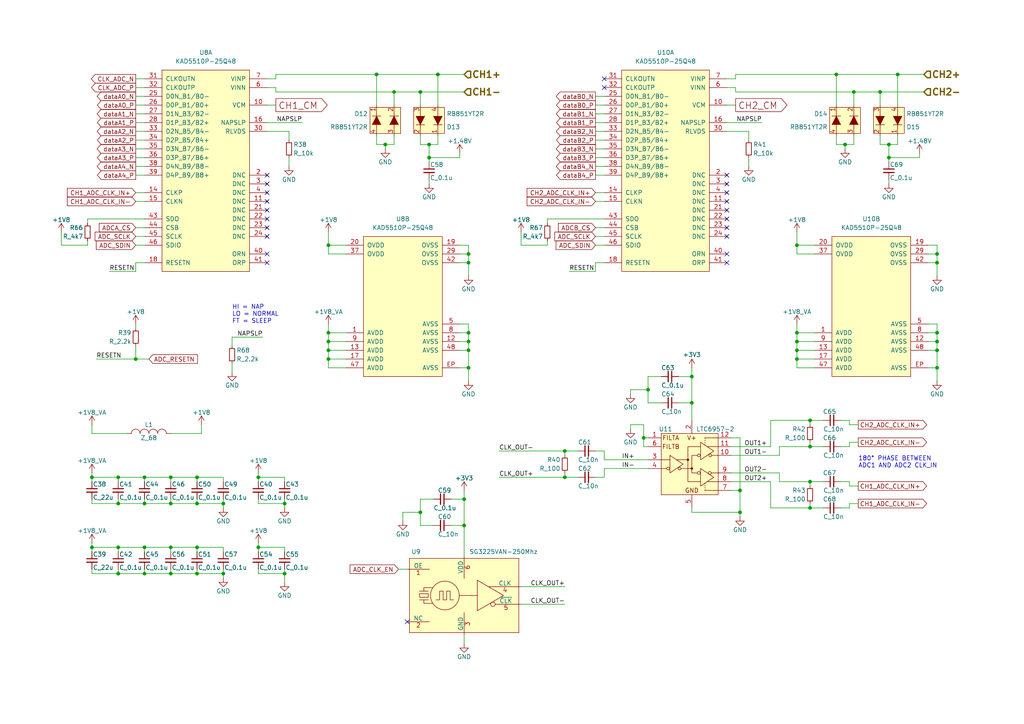
<source format=kicad_sch>
(kicad_sch (version 20231120) (generator "eeschema") (generator_version "8.0")
  (paper "A4")
  (title_block (title "Scopefun Oscilloscope") (rev "v2") (comment 1 "Copyright Dejan Priversek 2017") (comment 2 "Licensed under CERN OHL v.1.2"))
  (junction (at 135.89 96.52))
  (junction (at 114.3 26.67))
  (junction (at 200.66 116.84))
  (junction (at 95.25 71.12))
  (junction (at 234.95 147.32))
  (junction (at 163.83 138.43))
  (junction (at 231.14 71.12))
  (junction (at 255.27 26.67))
  (junction (at 74.93 158.75))
  (junction (at 95.25 99.06))
  (junction (at 231.14 101.6))
  (junction (at 41.91 158.75))
  (junction (at 187.96 113.03))
  (junction (at 260.35 21.59))
  (junction (at 234.95 121.92))
  (junction (at 271.78 99.06))
  (junction (at 231.14 104.14))
  (junction (at 257.81 41.91))
  (junction (at 247.65 26.67))
  (junction (at 82.55 166.37))
  (junction (at 34.29 166.37))
  (junction (at 95.25 96.52))
  (junction (at 271.78 76.2))
  (junction (at 135.89 101.6))
  (junction (at 245.11 41.91))
  (junction (at 41.91 146.05))
  (junction (at 41.91 166.37))
  (junction (at 41.91 138.43))
  (junction (at 64.77 146.05))
  (junction (at 127 21.59))
  (junction (at 186.69 127))
  (junction (at 271.78 101.6))
  (junction (at 135.89 106.68))
  (junction (at 271.78 106.68))
  (junction (at 200.66 109.22))
  (junction (at 49.53 158.75))
  (junction (at 231.14 99.06))
  (junction (at 26.67 138.43))
  (junction (at 49.53 166.37))
  (junction (at 135.89 76.2))
  (junction (at 39.37 104.14))
  (junction (at 257.81 45.72))
  (junction (at 271.78 73.66))
  (junction (at 163.83 130.81))
  (junction (at 214.63 148.59))
  (junction (at 57.15 166.37))
  (junction (at 64.77 166.37))
  (junction (at 82.55 146.05))
  (junction (at 34.29 146.05))
  (junction (at 135.89 99.06))
  (junction (at 134.62 144.78))
  (junction (at 121.92 148.59))
  (junction (at 234.95 139.7))
  (junction (at 95.25 104.14))
  (junction (at 49.53 138.43))
  (junction (at 135.89 73.66))
  (junction (at 121.92 26.67))
  (junction (at 242.57 21.59))
  (junction (at 49.53 146.05))
  (junction (at 234.95 129.54))
  (junction (at 134.62 152.4))
  (junction (at 214.63 142.24))
  (junction (at 124.46 41.91))
  (junction (at 109.22 21.59))
  (junction (at 34.29 138.43))
  (junction (at 57.15 138.43))
  (junction (at 57.15 158.75))
  (junction (at 34.29 158.75))
  (junction (at 271.78 96.52))
  (junction (at 124.46 45.72))
  (junction (at 26.67 158.75))
  (junction (at 95.25 101.6))
  (junction (at 74.93 138.43))
  (junction (at 57.15 146.05))
  (junction (at 231.14 96.52))
  (junction (at 111.76 41.91))
  (no_connect (at 175.26 25.4))
  (no_connect (at 210.82 68.58))
  (no_connect (at 77.47 53.34))
  (no_connect (at 77.47 55.88))
  (no_connect (at 77.47 58.42))
  (no_connect (at 77.47 68.58))
  (no_connect (at 118.11 180.34))
  (no_connect (at 77.47 73.66))
  (no_connect (at 77.47 50.8))
  (no_connect (at 210.82 60.96))
  (no_connect (at 210.82 76.2))
  (no_connect (at 210.82 53.34))
  (no_connect (at 175.26 22.86))
  (no_connect (at 210.82 63.5))
  (no_connect (at 210.82 55.88))
  (no_connect (at 77.47 60.96))
  (no_connect (at 210.82 73.66))
  (no_connect (at 77.47 66.04))
  (no_connect (at 77.47 76.2))
  (no_connect (at 77.47 63.5))
  (no_connect (at 210.82 66.04))
  (no_connect (at 210.82 50.8))
  (no_connect (at 210.82 58.42))
  (wire (pts (xy 163.83 130.81) (xy 167.64 130.81)))
  (wire (pts (xy 121.92 41.91) (xy 124.46 41.91)))
  (wire (pts (xy 64.77 144.78) (xy 64.77 146.05)))
  (wire (pts (xy 39.37 71.12) (xy 41.91 71.12)))
  (wire (pts (xy 200.66 147.32) (xy 200.66 148.59)))
  (wire (pts (xy 64.77 165.1) (xy 64.77 166.37)))
  (wire (pts (xy 74.93 166.37) (xy 74.93 165.1)))
  (wire (pts (xy 212.09 127) (xy 214.63 127)))
  (wire (pts (xy 269.24 101.6) (xy 271.78 101.6)))
  (wire (pts (xy 242.57 41.91) (xy 245.11 41.91)))
  (wire (pts (xy 186.69 127) (xy 186.69 129.54)))
  (wire (pts (xy 151.13 71.12) (xy 151.13 67.31)))
  (wire (pts (xy 109.22 41.91) (xy 109.22 39.37)))
  (wire (pts (xy 234.95 147.32) (xy 238.76 147.32)))
  (wire (pts (xy 213.36 22.86) (xy 213.36 21.59)))
  (wire (pts (xy 121.92 144.78) (xy 125.73 144.78)))
  (wire (pts (xy 124.46 41.91) (xy 127 41.91)))
  (wire (pts (xy 271.78 101.6) (xy 271.78 106.68)))
  (wire (pts (xy 83.82 40.64) (xy 83.82 38.1)))
  (wire (pts (xy 95.25 71.12) (xy 95.25 73.66)))
  (wire (pts (xy 144.78 130.81) (xy 163.83 130.81)))
  (wire (pts (xy 231.14 99.06) (xy 236.22 99.06)))
  (wire (pts (xy 74.93 146.05) (xy 74.93 144.78)))
  (wire (pts (xy 151.13 175.26) (xy 163.83 175.26)))
  (wire (pts (xy 269.24 106.68) (xy 271.78 106.68)))
  (wire (pts (xy 135.89 71.12) (xy 135.89 73.66)))
  (wire (pts (xy 17.78 71.12) (xy 17.78 67.31)))
  (wire (pts (xy 172.72 48.26) (xy 175.26 48.26)))
  (wire (pts (xy 257.81 45.72) (xy 257.81 46.99)))
  (wire (pts (xy 100.33 71.12) (xy 95.25 71.12)))
  (wire (pts (xy 95.25 106.68) (xy 100.33 106.68)))
  (wire (pts (xy 134.62 186.69) (xy 134.62 184.15)))
  (wire (pts (xy 135.89 76.2) (xy 133.35 76.2)))
  (wire (pts (xy 82.55 165.1) (xy 82.55 166.37)))
  (wire (pts (xy 26.67 137.16) (xy 26.67 138.43)))
  (wire (pts (xy 95.25 93.98) (xy 95.25 96.52)))
  (wire (pts (xy 234.95 128.27) (xy 234.95 129.54)))
  (wire (pts (xy 186.69 129.54) (xy 187.96 129.54)))
  (wire (pts (xy 95.25 96.52) (xy 100.33 96.52)))
  (wire (pts (xy 67.31 97.79) (xy 67.31 100.33)))
  (wire (pts (xy 231.14 101.6) (xy 231.14 104.14)))
  (wire (pts (xy 64.77 166.37) (xy 64.77 167.64)))
  (wire (pts (xy 41.91 138.43) (xy 41.91 139.7)))
  (wire (pts (xy 39.37 35.56) (xy 41.91 35.56)))
  (wire (pts (xy 213.36 26.67) (xy 213.36 25.4)))
  (wire (pts (xy 26.67 146.05) (xy 26.67 144.78)))
  (wire (pts (xy 236.22 71.12) (xy 231.14 71.12)))
  (wire (pts (xy 234.95 146.05) (xy 234.95 147.32)))
  (wire (pts (xy 82.55 144.78) (xy 82.55 146.05)))
  (wire (pts (xy 182.88 123.19) (xy 182.88 124.46)))
  (wire (pts (xy 39.37 104.14) (xy 43.18 104.14)))
  (wire (pts (xy 82.55 166.37) (xy 82.55 168.91)))
  (wire (pts (xy 135.89 76.2) (xy 135.89 80.01)))
  (wire (pts (xy 39.37 55.88) (xy 41.91 55.88)))
  (wire (pts (xy 210.82 35.56) (xy 220.98 35.56)))
  (wire (pts (xy 172.72 50.8) (xy 175.26 50.8)))
  (wire (pts (xy 74.93 138.43) (xy 74.93 139.7)))
  (wire (pts (xy 134.62 152.4) (xy 134.62 161.29)))
  (wire (pts (xy 34.29 139.7) (xy 34.29 138.43)))
  (wire (pts (xy 172.72 45.72) (xy 175.26 45.72)))
  (wire (pts (xy 186.69 123.19) (xy 186.69 127)))
  (wire (pts (xy 271.78 76.2) (xy 269.24 76.2)))
  (wire (pts (xy 175.26 138.43) (xy 172.72 138.43)))
  (wire (pts (xy 246.38 147.32) (xy 246.38 146.05)))
  (wire (pts (xy 82.55 158.75) (xy 82.55 160.02)))
  (wire (pts (xy 39.37 58.42) (xy 41.91 58.42)))
  (wire (pts (xy 74.93 157.48) (xy 74.93 158.75)))
  (wire (pts (xy 58.42 125.73) (xy 49.53 125.73)))
  (wire (pts (xy 34.29 138.43) (xy 41.91 138.43)))
  (wire (pts (xy 57.15 138.43) (xy 64.77 138.43)))
  (wire (pts (xy 41.91 76.2) (xy 39.37 76.2)))
  (wire (pts (xy 26.67 146.05) (xy 34.29 146.05)))
  (wire (pts (xy 226.06 129.54) (xy 226.06 132.08)))
  (wire (pts (xy 200.66 109.22) (xy 200.66 116.84)))
  (wire (pts (xy 39.37 30.48) (xy 41.91 30.48)))
  (wire (pts (xy 114.3 30.48) (xy 114.3 26.67)))
  (wire (pts (xy 133.35 73.66) (xy 135.89 73.66)))
  (wire (pts (xy 26.67 157.48) (xy 26.67 158.75)))
  (wire (pts (xy 158.75 63.5) (xy 158.75 64.77)))
  (wire (pts (xy 257.81 52.07) (xy 257.81 53.34)))
  (wire (pts (xy 271.78 71.12) (xy 271.78 73.66)))
  (wire (pts (xy 49.53 166.37) (xy 49.53 165.1)))
  (wire (pts (xy 247.65 30.48) (xy 247.65 26.67)))
  (wire (pts (xy 266.7 45.72) (xy 266.7 44.45)))
  (wire (pts (xy 175.26 63.5) (xy 158.75 63.5)))
  (wire (pts (xy 49.53 138.43) (xy 49.53 139.7)))
  (wire (pts (xy 41.91 146.05) (xy 49.53 146.05)))
  (wire (pts (xy 127 41.91) (xy 127 39.37)))
  (wire (pts (xy 41.91 45.72) (xy 39.37 45.72)))
  (wire (pts (xy 49.53 158.75) (xy 57.15 158.75)))
  (wire (pts (xy 271.78 106.68) (xy 271.78 110.49)))
  (wire (pts (xy 39.37 95.25) (xy 39.37 93.98)))
  (wire (pts (xy 231.14 101.6) (xy 236.22 101.6)))
  (wire (pts (xy 260.35 30.48) (xy 260.35 21.59)))
  (wire (pts (xy 41.91 166.37) (xy 41.91 165.1)))
  (wire (pts (xy 214.63 148.59) (xy 214.63 149.86)))
  (wire (pts (xy 231.14 106.68) (xy 236.22 106.68)))
  (wire (pts (xy 271.78 71.12) (xy 269.24 71.12)))
  (wire (pts (xy 175.26 130.81) (xy 175.26 133.35)))
  (wire (pts (xy 255.27 41.91) (xy 257.81 41.91)))
  (wire (pts (xy 271.78 76.2) (xy 271.78 80.01)))
  (wire (pts (xy 26.67 158.75) (xy 26.67 160.02)))
  (wire (pts (xy 175.26 135.89) (xy 187.96 135.89)))
  (wire (pts (xy 231.14 93.98) (xy 231.14 96.52)))
  (wire (pts (xy 95.25 96.52) (xy 95.25 99.06)))
  (wire (pts (xy 121.92 30.48) (xy 121.92 26.67)))
  (wire (pts (xy 243.84 129.54) (xy 246.38 129.54)))
  (wire (pts (xy 246.38 128.27) (xy 248.92 128.27)))
  (wire (pts (xy 242.57 41.91) (xy 242.57 39.37)))
  (wire (pts (xy 231.14 71.12) (xy 231.14 73.66)))
  (wire (pts (xy 57.15 138.43) (xy 57.15 139.7)))
  (wire (pts (xy 242.57 30.48) (xy 242.57 21.59)))
  (wire (pts (xy 121.92 26.67) (xy 134.62 26.67)))
  (wire (pts (xy 135.89 96.52) (xy 135.89 99.06)))
  (wire (pts (xy 80.01 22.86) (xy 80.01 21.59)))
  (wire (pts (xy 135.89 101.6) (xy 135.89 106.68)))
  (wire (pts (xy 172.72 71.12) (xy 175.26 71.12)))
  (wire (pts (xy 182.88 123.19) (xy 186.69 123.19)))
  (wire (pts (xy 34.29 160.02) (xy 34.29 158.75)))
  (wire (pts (xy 182.88 114.3) (xy 182.88 113.03)))
  (wire (pts (xy 74.93 137.16) (xy 74.93 138.43)))
  (wire (pts (xy 109.22 41.91) (xy 111.76 41.91)))
  (wire (pts (xy 64.77 138.43) (xy 64.77 139.7)))
  (wire (pts (xy 95.25 104.14) (xy 95.25 106.68)))
  (wire (pts (xy 39.37 25.4) (xy 41.91 25.4)))
  (wire (pts (xy 271.78 73.66) (xy 271.78 76.2)))
  (wire (pts (xy 231.14 96.52) (xy 236.22 96.52)))
  (wire (pts (xy 67.31 105.41) (xy 67.31 107.95)))
  (wire (pts (xy 163.83 132.08) (xy 163.83 130.81)))
  (wire (pts (xy 260.35 21.59) (xy 267.97 21.59)))
  (wire (pts (xy 26.67 158.75) (xy 34.29 158.75)))
  (wire (pts (xy 234.95 139.7) (xy 238.76 139.7)))
  (wire (pts (xy 114.3 26.67) (xy 121.92 26.67)))
  (wire (pts (xy 77.47 35.56) (xy 87.63 35.56)))
  (wire (pts (xy 58.42 123.19) (xy 58.42 125.73)))
  (wire (pts (xy 242.57 21.59) (xy 260.35 21.59)))
  (wire (pts (xy 80.01 25.4) (xy 77.47 25.4)))
  (wire (pts (xy 247.65 26.67) (xy 255.27 26.67)))
  (wire (pts (xy 80.01 21.59) (xy 109.22 21.59)))
  (wire (pts (xy 135.89 71.12) (xy 133.35 71.12)))
  (wire (pts (xy 187.96 109.22) (xy 191.77 109.22)))
  (wire (pts (xy 130.81 144.78) (xy 134.62 144.78)))
  (wire (pts (xy 41.91 63.5) (xy 25.4 63.5)))
  (wire (pts (xy 95.25 99.06) (xy 95.25 101.6)))
  (wire (pts (xy 121.92 144.78) (xy 121.92 148.59)))
  (wire (pts (xy 135.89 93.98) (xy 135.89 96.52)))
  (wire (pts (xy 39.37 48.26) (xy 41.91 48.26)))
  (wire (pts (xy 172.72 68.58) (xy 175.26 68.58)))
  (wire (pts (xy 134.62 152.4) (xy 130.81 152.4)))
  (wire (pts (xy 243.84 121.92) (xy 246.38 121.92)))
  (wire (pts (xy 217.17 40.64) (xy 217.17 38.1)))
  (wire (pts (xy 26.67 138.43) (xy 34.29 138.43)))
  (wire (pts (xy 111.76 41.91) (xy 114.3 41.91)))
  (wire (pts (xy 246.38 121.92) (xy 246.38 123.19)))
  (wire (pts (xy 187.96 109.22) (xy 187.96 113.03)))
  (wire (pts (xy 127 30.48) (xy 127 21.59)))
  (wire (pts (xy 134.62 144.78) (xy 134.62 152.4)))
  (wire (pts (xy 231.14 73.66) (xy 236.22 73.66)))
  (wire (pts (xy 80.01 22.86) (xy 77.47 22.86)))
  (wire (pts (xy 172.72 76.2) (xy 172.72 78.74)))
  (wire (pts (xy 82.55 146.05) (xy 82.55 147.32)))
  (wire (pts (xy 269.24 93.98) (xy 271.78 93.98)))
  (wire (pts (xy 223.52 121.92) (xy 223.52 129.54)))
  (wire (pts (xy 175.26 135.89) (xy 175.26 138.43)))
  (wire (pts (xy 246.38 139.7) (xy 246.38 140.97)))
  (wire (pts (xy 172.72 78.74) (xy 165.1 78.74)))
  (wire (pts (xy 64.77 146.05) (xy 64.77 147.32)))
  (wire (pts (xy 247.65 41.91) (xy 247.65 39.37)))
  (wire (pts (xy 34.29 166.37) (xy 41.91 166.37)))
  (wire (pts (xy 172.72 43.18) (xy 175.26 43.18)))
  (wire (pts (xy 80.01 26.67) (xy 114.3 26.67)))
  (wire (pts (xy 200.66 116.84) (xy 196.85 116.84)))
  (wire (pts (xy 246.38 140.97) (xy 248.92 140.97)))
  (wire (pts (xy 257.81 41.91) (xy 257.81 45.72)))
  (wire (pts (xy 163.83 138.43) (xy 167.64 138.43)))
  (wire (pts (xy 271.78 96.52) (xy 271.78 99.06)))
  (wire (pts (xy 49.53 166.37) (xy 57.15 166.37)))
  (wire (pts (xy 57.15 146.05) (xy 57.15 144.78)))
  (wire (pts (xy 245.11 41.91) (xy 245.11 43.18)))
  (wire (pts (xy 26.67 138.43) (xy 26.67 139.7)))
  (wire (pts (xy 76.2 97.79) (xy 67.31 97.79)))
  (wire (pts (xy 175.26 133.35) (xy 187.96 133.35)))
  (wire (pts (xy 213.36 21.59) (xy 242.57 21.59)))
  (wire (pts (xy 83.82 48.26) (xy 83.82 45.72)))
  (wire (pts (xy 213.36 26.67) (xy 247.65 26.67)))
  (wire (pts (xy 245.11 41.91) (xy 247.65 41.91)))
  (wire (pts (xy 133.35 106.68) (xy 135.89 106.68)))
  (wire (pts (xy 95.25 104.14) (xy 100.33 104.14)))
  (wire (pts (xy 226.06 137.16) (xy 212.09 137.16)))
  (wire (pts (xy 124.46 41.91) (xy 124.46 45.72)))
  (wire (pts (xy 269.24 96.52) (xy 271.78 96.52)))
  (wire (pts (xy 133.35 45.72) (xy 133.35 44.45)))
  (wire (pts (xy 257.81 41.91) (xy 260.35 41.91)))
  (wire (pts (xy 121.92 41.91) (xy 121.92 39.37)))
  (wire (pts (xy 163.83 137.16) (xy 163.83 138.43)))
  (wire (pts (xy 271.78 93.98) (xy 271.78 96.52)))
  (wire (pts (xy 231.14 104.14) (xy 231.14 106.68)))
  (wire (pts (xy 74.93 166.37) (xy 82.55 166.37)))
  (wire (pts (xy 83.82 38.1) (xy 77.47 38.1)))
  (wire (pts (xy 95.25 67.31) (xy 95.25 71.12)))
  (wire (pts (xy 172.72 33.02) (xy 175.26 33.02)))
  (wire (pts (xy 172.72 38.1) (xy 175.26 38.1)))
  (wire (pts (xy 118.11 165.1) (xy 115.57 165.1)))
  (wire (pts (xy 135.89 99.06) (xy 135.89 101.6)))
  (wire (pts (xy 172.72 30.48) (xy 175.26 30.48)))
  (wire (pts (xy 39.37 66.04) (xy 41.91 66.04)))
  (wire (pts (xy 49.53 158.75) (xy 49.53 160.02)))
  (wire (pts (xy 34.29 158.75) (xy 41.91 158.75)))
  (wire (pts (xy 213.36 25.4) (xy 210.82 25.4)))
  (wire (pts (xy 41.91 158.75) (xy 41.91 160.02)))
  (wire (pts (xy 26.67 166.37) (xy 34.29 166.37)))
  (wire (pts (xy 133.35 96.52) (xy 135.89 96.52)))
  (wire (pts (xy 269.24 99.06) (xy 271.78 99.06)))
  (wire (pts (xy 57.15 158.75) (xy 57.15 160.02)))
  (wire (pts (xy 246.38 146.05) (xy 248.92 146.05)))
  (wire (pts (xy 213.36 30.48) (xy 210.82 30.48)))
  (wire (pts (xy 133.35 93.98) (xy 135.89 93.98)))
  (wire (pts (xy 214.63 142.24) (xy 214.63 148.59)))
  (wire (pts (xy 271.78 99.06) (xy 271.78 101.6)))
  (wire (pts (xy 260.35 41.91) (xy 260.35 39.37)))
  (wire (pts (xy 80.01 26.67) (xy 80.01 25.4)))
  (wire (pts (xy 234.95 123.19) (xy 234.95 121.92)))
  (wire (pts (xy 269.24 73.66) (xy 271.78 73.66)))
  (wire (pts (xy 231.14 104.14) (xy 236.22 104.14)))
  (wire (pts (xy 39.37 33.02) (xy 41.91 33.02)))
  (wire (pts (xy 175.26 76.2) (xy 172.72 76.2)))
  (wire (pts (xy 231.14 96.52) (xy 231.14 99.06)))
  (wire (pts (xy 34.29 144.78) (xy 34.29 146.05)))
  (wire (pts (xy 223.52 147.32) (xy 234.95 147.32)))
  (wire (pts (xy 172.72 35.56) (xy 175.26 35.56)))
  (wire (pts (xy 246.38 129.54) (xy 246.38 128.27)))
  (wire (pts (xy 172.72 58.42) (xy 175.26 58.42)))
  (wire (pts (xy 187.96 113.03) (xy 187.96 116.84)))
  (wire (pts (xy 57.15 166.37) (xy 64.77 166.37)))
  (wire (pts (xy 214.63 127) (xy 214.63 142.24)))
  (wire (pts (xy 133.35 101.6) (xy 135.89 101.6)))
  (wire (pts (xy 116.84 148.59) (xy 116.84 151.13)))
  (wire (pts (xy 26.67 123.19) (xy 26.67 125.73)))
  (wire (pts (xy 124.46 52.07) (xy 124.46 53.34)))
  (wire (pts (xy 243.84 139.7) (xy 246.38 139.7)))
  (wire (pts (xy 223.52 139.7) (xy 223.52 147.32)))
  (wire (pts (xy 226.06 137.16) (xy 226.06 139.7)))
  (wire (pts (xy 127 21.59) (xy 134.62 21.59)))
  (wire (pts (xy 231.14 99.06) (xy 231.14 101.6)))
  (wire (pts (xy 49.53 138.43) (xy 57.15 138.43)))
  (wire (pts (xy 57.15 158.75) (xy 64.77 158.75)))
  (wire (pts (xy 217.17 48.26) (xy 217.17 45.72)))
  (wire (pts (xy 114.3 41.91) (xy 114.3 39.37)))
  (wire (pts (xy 82.55 138.43) (xy 82.55 139.7)))
  (wire (pts (xy 39.37 68.58) (xy 41.91 68.58)))
  (wire (pts (xy 172.72 40.64) (xy 175.26 40.64)))
  (wire (pts (xy 257.81 45.72) (xy 266.7 45.72)))
  (wire (pts (xy 234.95 129.54) (xy 238.76 129.54)))
  (wire (pts (xy 41.91 146.05) (xy 41.91 144.78)))
  (wire (pts (xy 213.36 22.86) (xy 210.82 22.86)))
  (wire (pts (xy 255.27 30.48) (xy 255.27 26.67)))
  (wire (pts (xy 25.4 63.5) (xy 25.4 64.77)))
  (wire (pts (xy 246.38 123.19) (xy 248.92 123.19)))
  (wire (pts (xy 217.17 38.1) (xy 210.82 38.1)))
  (wire (pts (xy 212.09 142.24) (xy 214.63 142.24)))
  (wire (pts (xy 39.37 38.1) (xy 41.91 38.1)))
  (wire (pts (xy 27.94 104.14) (xy 39.37 104.14)))
  (wire (pts (xy 74.93 158.75) (xy 74.93 160.02)))
  (wire (pts (xy 41.91 50.8) (xy 39.37 50.8)))
  (wire (pts (xy 172.72 27.94) (xy 175.26 27.94)))
  (wire (pts (xy 39.37 40.64) (xy 41.91 40.64)))
  (wire (pts (xy 26.67 125.73) (xy 36.83 125.73)))
  (wire (pts (xy 109.22 30.48) (xy 109.22 21.59)))
  (wire (pts (xy 116.84 148.59) (xy 121.92 148.59)))
  (wire (pts (xy 25.4 71.12) (xy 17.78 71.12)))
  (wire (pts (xy 41.91 138.43) (xy 49.53 138.43)))
  (wire (pts (xy 49.53 146.05) (xy 57.15 146.05)))
  (wire (pts (xy 134.62 142.24) (xy 134.62 144.78)))
  (wire (pts (xy 57.15 146.05) (xy 64.77 146.05)))
  (wire (pts (xy 95.25 73.66) (xy 100.33 73.66)))
  (wire (pts (xy 25.4 69.85) (xy 25.4 71.12)))
  (wire (pts (xy 34.29 146.05) (xy 41.91 146.05)))
  (wire (pts (xy 255.27 26.67) (xy 267.97 26.67)))
  (wire (pts (xy 133.35 99.06) (xy 135.89 99.06)))
  (wire (pts (xy 80.01 30.48) (xy 77.47 30.48)))
  (wire (pts (xy 212.09 139.7) (xy 223.52 139.7)))
  (wire (pts (xy 200.66 148.59) (xy 214.63 148.59)))
  (wire (pts (xy 95.25 99.06) (xy 100.33 99.06)))
  (wire (pts (xy 226.06 139.7) (xy 234.95 139.7)))
  (wire (pts (xy 64.77 158.75) (xy 64.77 160.02)))
  (wire (pts (xy 124.46 45.72) (xy 133.35 45.72)))
  (wire (pts (xy 187.96 127) (xy 186.69 127)))
  (wire (pts (xy 200.66 106.68) (xy 200.66 109.22)))
  (wire (pts (xy 39.37 27.94) (xy 41.91 27.94)))
  (wire (pts (xy 172.72 55.88) (xy 175.26 55.88)))
  (wire (pts (xy 234.95 140.97) (xy 234.95 139.7)))
  (wire (pts (xy 124.46 45.72) (xy 124.46 46.99)))
  (wire (pts (xy 231.14 67.31) (xy 231.14 71.12)))
  (wire (pts (xy 41.91 166.37) (xy 49.53 166.37)))
  (wire (pts (xy 39.37 22.86) (xy 41.91 22.86)))
  (wire (pts (xy 121.92 152.4) (xy 125.73 152.4)))
  (wire (pts (xy 49.53 146.05) (xy 49.53 144.78)))
  (wire (pts (xy 223.52 121.92) (xy 234.95 121.92)))
  (wire (pts (xy 135.89 73.66) (xy 135.89 76.2)))
  (wire (pts (xy 144.78 138.43) (xy 163.83 138.43)))
  (wire (pts (xy 39.37 43.18) (xy 41.91 43.18)))
  (wire (pts (xy 39.37 76.2) (xy 39.37 78.74)))
  (wire (pts (xy 172.72 66.04) (xy 175.26 66.04)))
  (wire (pts (xy 57.15 166.37) (xy 57.15 165.1)))
  (wire (pts (xy 82.55 146.05) (xy 74.93 146.05)))
  (wire (pts (xy 243.84 147.32) (xy 246.38 147.32)))
  (wire (pts (xy 41.91 158.75) (xy 49.53 158.75)))
  (wire (pts (xy 255.27 41.91) (xy 255.27 39.37)))
  (wire (pts (xy 226.06 129.54) (xy 234.95 129.54)))
  (wire (pts (xy 187.96 116.84) (xy 191.77 116.84)))
  (wire (pts (xy 135.89 106.68) (xy 135.89 110.49)))
  (wire (pts (xy 74.93 158.75) (xy 82.55 158.75)))
  (wire (pts (xy 95.25 101.6) (xy 100.33 101.6)))
  (wire (pts (xy 196.85 109.22) (xy 200.66 109.22)))
  (wire (pts (xy 34.29 165.1) (xy 34.29 166.37)))
  (wire (pts (xy 39.37 104.14) (xy 39.37 100.33)))
  (wire (pts (xy 82.55 138.43) (xy 74.93 138.43)))
  (wire (pts (xy 200.66 116.84) (xy 200.66 121.92)))
  (wire (pts (xy 111.76 43.18) (xy 111.76 41.91)))
  (wire (pts (xy 121.92 148.59) (xy 121.92 152.4)))
  (wire (pts (xy 226.06 132.08) (xy 212.09 132.08)))
  (wire (pts (xy 95.25 101.6) (xy 95.25 104.14)))
  (wire (pts (xy 172.72 130.81) (xy 175.26 130.81)))
  (wire (pts (xy 234.95 121.92) (xy 238.76 121.92)))
  (wire (pts (xy 26.67 166.37) (xy 26.67 165.1)))
  (wire (pts (xy 39.37 78.74) (xy 31.75 78.74)))
  (wire (pts (xy 109.22 21.59) (xy 127 21.59)))
  (wire (pts (xy 182.88 113.03) (xy 187.96 113.03)))
  (wire (pts (xy 223.52 129.54) (xy 212.09 129.54)))
  (wire (pts (xy 158.75 69.85) (xy 158.75 71.12)))
  (wire (pts (xy 158.75 71.12) (xy 151.13 71.12)))
  (wire (pts (xy 163.83 170.18) (xy 151.13 170.18)))
  (text "180° PHASE BETWEEN\nADC1 AND ADC2 CLK_IN" (at 248.92 135.89 0) (effects (font (size 1.27 1.27)) (justify left bottom)))
  (text "HI = NAP\nLO = NORMAL\nFT = SLEEP" (at 67.31 93.98 0) (effects (font (size 1.27 1.27)) (justify left bottom)))
  (label "NAPSLP" (at 220.98 35.56 180))
  (label "NAPSLP" (at 87.63 35.56 180))
  (label "IN-" (at 180.34 135.89 0))
  (label "CLK_OUT+" (at 144.78 138.43 0))
  (label "RESETN" (at 27.94 104.14 0))
  (label "IN+" (at 180.34 133.35 0))
  (label "CLK_OUT+" (at 163.83 170.18 180))
  (label "CLK_OUT-" (at 163.83 175.26 180))
  (label "OUT1+" (at 215.9 129.54 0))
  (label "OUT2-" (at 215.9 137.16 0))
  (label "NAPSLP" (at 76.2 97.79 180))
  (label "OUT2+" (at 215.9 139.7 0))
  (label "OUT1-" (at 215.9 132.08 0))
  (label "RESETN" (at 165.1 78.74 0))
  (label "RESETN" (at 31.75 78.74 0))
  (label "CLK_OUT-" (at 144.78 130.81 0))
  (global_label "CLK_ADC_P" (shape output) (at 39.37 25.4 180) (property "Intersheetrefs" "${INTERSHEET_REFS}" (effects (hide yes))))
  (global_label "dataA2_P" (shape output) (at 39.37 40.64 180) (property "Intersheetrefs" "${INTERSHEET_REFS}" (effects (hide yes))))
  (global_label "ADC_RESETN" (shape input) (at 43.18 104.14 0) (property "Intersheetrefs" "${INTERSHEET_REFS}" (effects (hide yes))))
  (global_label "dataB2_P" (shape output) (at 172.72 40.64 180) (property "Intersheetrefs" "${INTERSHEET_REFS}" (effects (hide yes))))
  (global_label "CH2_ADC_CLK_IN+" (shape input) (at 172.72 55.88 180) (property "Intersheetrefs" "${INTERSHEET_REFS}" (effects (hide yes))))
  (global_label "dataA0_N" (shape output) (at 39.37 27.94 180) (property "Intersheetrefs" "${INTERSHEET_REFS}" (effects (hide yes))))
  (global_label "CH1_CM" (shape output) (at 80.01 30.48 0) (effects (font (size 1.905 1.905))) (property "Intersheetrefs" "${INTERSHEET_REFS}" (effects (hide yes))))
  (global_label "dataA1_N" (shape output) (at 39.37 33.02 180) (property "Intersheetrefs" "${INTERSHEET_REFS}" (effects (hide yes))))
  (global_label "dataB1_P" (shape output) (at 172.72 35.56 180) (property "Intersheetrefs" "${INTERSHEET_REFS}" (effects (hide yes))))
  (global_label "dataA2_N" (shape output) (at 39.37 38.1 180) (property "Intersheetrefs" "${INTERSHEET_REFS}" (effects (hide yes))))
  (global_label "dataB4_P" (shape output) (at 172.72 50.8 180) (property "Intersheetrefs" "${INTERSHEET_REFS}" (effects (hide yes))))
  (global_label "dataB0_P" (shape output) (at 172.72 30.48 180) (property "Intersheetrefs" "${INTERSHEET_REFS}" (effects (hide yes))))
  (global_label "CH2_ADC_CLK_IN-" (shape output) (at 248.92 128.27 0) (property "Intersheetrefs" "${INTERSHEET_REFS}" (effects (hide yes))))
  (global_label "CH2_CM" (shape output) (at 213.36 30.48 0) (effects (font (size 1.905 1.905))) (property "Intersheetrefs" "${INTERSHEET_REFS}" (effects (hide yes))))
  (global_label "dataB2_N" (shape output) (at 172.72 38.1 180) (property "Intersheetrefs" "${INTERSHEET_REFS}" (effects (hide yes))))
  (global_label "ADC_SDIN" (shape input) (at 172.72 71.12 180) (property "Intersheetrefs" "${INTERSHEET_REFS}" (effects (hide yes))))
  (global_label "dataA0_P" (shape output) (at 39.37 30.48 180) (property "Intersheetrefs" "${INTERSHEET_REFS}" (effects (hide yes))))
  (global_label "CH1_ADC_CLK_IN+" (shape input) (at 39.37 55.88 180) (property "Intersheetrefs" "${INTERSHEET_REFS}" (effects (hide yes))))
  (global_label "CH1_ADC_CLK_IN-" (shape output) (at 248.92 146.05 0) (property "Intersheetrefs" "${INTERSHEET_REFS}" (effects (hide yes))))
  (global_label "dataB1_N" (shape output) (at 172.72 33.02 180) (property "Intersheetrefs" "${INTERSHEET_REFS}" (effects (hide yes))))
  (global_label "CH1_ADC_CLK_IN+" (shape output) (at 248.92 140.97 0) (property "Intersheetrefs" "${INTERSHEET_REFS}" (effects (hide yes))))
  (global_label "ADC_CLK_EN" (shape input) (at 115.57 165.1 180) (property "Intersheetrefs" "${INTERSHEET_REFS}" (effects (hide yes))))
  (global_label "dataA3_P" (shape output) (at 39.37 45.72 180) (property "Intersheetrefs" "${INTERSHEET_REFS}" (effects (hide yes))))
  (global_label "dataB4_N" (shape output) (at 172.72 48.26 180) (property "Intersheetrefs" "${INTERSHEET_REFS}" (effects (hide yes))))
  (global_label "dataB3_N" (shape output) (at 172.72 43.18 180) (property "Intersheetrefs" "${INTERSHEET_REFS}" (effects (hide yes))))
  (global_label "dataB3_P" (shape output) (at 172.72 45.72 180) (property "Intersheetrefs" "${INTERSHEET_REFS}" (effects (hide yes))))
  (global_label "dataA4_N" (shape output) (at 39.37 48.26 180) (property "Intersheetrefs" "${INTERSHEET_REFS}" (effects (hide yes))))
  (global_label "CLK_ADC_N" (shape output) (at 39.37 22.86 180) (property "Intersheetrefs" "${INTERSHEET_REFS}" (effects (hide yes))))
  (global_label "ADC_SCLK" (shape input) (at 172.72 68.58 180) (property "Intersheetrefs" "${INTERSHEET_REFS}" (effects (hide yes))))
  (global_label "CH2_ADC_CLK_IN-" (shape input) (at 172.72 58.42 180) (property "Intersheetrefs" "${INTERSHEET_REFS}" (effects (hide yes))))
  (global_label "ADC_SCLK" (shape input) (at 39.37 68.58 180) (property "Intersheetrefs" "${INTERSHEET_REFS}" (effects (hide yes))))
  (global_label "ADC_SDIN" (shape input) (at 39.37 71.12 180) (property "Intersheetrefs" "${INTERSHEET_REFS}" (effects (hide yes))))
  (global_label "CH2_ADC_CLK_IN+" (shape output) (at 248.92 123.19 0) (property "Intersheetrefs" "${INTERSHEET_REFS}" (effects (hide yes))))
  (global_label "dataB0_N" (shape output) (at 172.72 27.94 180) (property "Intersheetrefs" "${INTERSHEET_REFS}" (effects (hide yes))))
  (global_label "ADCA_CS" (shape input) (at 39.37 66.04 180) (property "Intersheetrefs" "${INTERSHEET_REFS}" (effects (hide yes))))
  (global_label "dataA1_P" (shape output) (at 39.37 35.56 180) (property "Intersheetrefs" "${INTERSHEET_REFS}" (effects (hide yes))))
  (global_label "ADCB_CS" (shape input) (at 172.72 66.04 180) (property "Intersheetrefs" "${INTERSHEET_REFS}" (effects (hide yes))))
  (global_label "dataA4_P" (shape output) (at 39.37 50.8 180) (property "Intersheetrefs" "${INTERSHEET_REFS}" (effects (hide yes))))
  (global_label "dataA3_N" (shape output) (at 39.37 43.18 180) (property "Intersheetrefs" "${INTERSHEET_REFS}" (effects (hide yes))))
  (global_label "CH1_ADC_CLK_IN-" (shape input) (at 39.37 58.42 180) (property "Intersheetrefs" "${INTERSHEET_REFS}" (effects (hide yes))))
  (hierarchical_label "CH1+" (shape input) (at 134.62 21.59 0) (effects (font (size 1.905 1.905) (thickness 0.381) (bold yes))))
  (hierarchical_label "CH2+" (shape input) (at 267.97 21.59 0) (effects (font (size 1.905 1.905) (thickness 0.381) (bold yes))))
  (hierarchical_label "CH2-" (shape input) (at 267.97 26.67 0) (effects (font (size 1.905 1.905) (thickness 0.381) (bold yes))))
  (hierarchical_label "CH1-" (shape input) (at 134.62 26.67 0) (effects (font (size 1.905 1.905) (thickness 0.381) (bold yes))))
  (symbol (lib_id "ScopefunParts:C_0.1u") (at 128.27 144.78 270) (mirror x) (unit 1)
    (property "Reference" "C59" (at 127 142.24 90) (effects (justify left)))
    (property "Value" "C_0.1u" (at 125.73 147.32 90) (effects (justify left)))
    (property "Footprint" "ScopefunPackagesLibrary:C_0603" (effects (hide yes)))
    (property "Description" "MLCC - SMD/SMT 0603 16V X7R 10%" (effects (hide yes)))
    (property "Manufacturer Part Number" "C0603C104K4RACTU" (effects (hide yes)))
  )
  (symbol (lib_id "Scopefun_v2-rescue:GND") (at 116.84 151.13 0) (mirror y) (unit 1)
    (property "Reference" "#PWR069" (effects (hide yes)))
    (property "Value" "GND" (at 116.84 154.94 0))
  )
  (symbol (lib_id "ScopefunParts:+3.3V") (at 134.62 142.24 0) (mirror y) (unit 1)
    (property "Reference" "#PWR070" (effects (hide yes)))
    (property "Value" "+3V3" (at 134.62 138.684 0))
  )
  (symbol (lib_id "Scopefun_v2-rescue:GND") (at 134.62 186.69 0) (unit 1)
    (property "Reference" "#PWR071" (effects (hide yes)))
    (property "Value" "GND" (at 134.62 190.5 0))
  )
  (symbol (lib_id "ScopefunParts:R_10k") (at 83.82 43.18 0) (unit 1)
    (property "Reference" "R38" (at 85.09 41.91 0) (effects (justify left)))
    (property "Value" "R_10k" (at 85.09 44.45 0) (effects (justify left)))
    (property "Footprint" "ScopefunPackagesLibrary:R_0603" (effects (hide yes)))
    (property "Datasheet" "http://industrial.panasonic.com/cdbs/www-data/pdf/AOA0000/AOA0000CE2.pdf" (effects (hide yes)))
    (property "Description" "RES SMD 1% 1/10W 0603" (effects (hide yes)))
    (property "Manufacturer Part Number" "ERJ-3EKF1002V" (effects (hide yes)))
  )
  (symbol (lib_id "Scopefun_v2-rescue:GND") (at 83.82 48.26 0) (unit 1)
    (property "Reference" "#PWR072" (effects (hide yes)))
    (property "Value" "GND" (at 83.82 52.07 0))
  )
  (symbol (lib_id "ScopefunParts:+1.8V") (at 39.37 93.98 0) (unit 1)
    (property "Reference" "#PWR073" (effects (hide yes)))
    (property "Value" "+1V8" (at 39.37 90.424 0))
  )
  (symbol (lib_id "ScopefunParts:R_10k") (at 217.17 43.18 0) (unit 1)
    (property "Reference" "R41" (at 218.44 41.91 0) (effects (justify left)))
    (property "Value" "R_10k" (at 218.44 44.45 0) (effects (justify left)))
    (property "Footprint" "ScopefunPackagesLibrary:R_0603" (effects (hide yes)))
    (property "Datasheet" "http://industrial.panasonic.com/cdbs/www-data/pdf/AOA0000/AOA0000CE2.pdf" (effects (hide yes)))
    (property "Description" "RES SMD 1% 1/10W 0603" (effects (hide yes)))
    (property "Manufacturer Part Number" "ERJ-3EKF1002V" (effects (hide yes)))
  )
  (symbol (lib_id "Scopefun_v2-rescue:GND") (at 217.17 48.26 0) (unit 1)
    (property "Reference" "#PWR074" (effects (hide yes)))
    (property "Value" "GND" (at 217.17 52.07 0))
  )
  (symbol (lib_id "ScopefunParts:+1.8V") (at 231.14 67.31 0) (unit 1)
    (property "Reference" "#PWR075" (effects (hide yes)))
    (property "Value" "+1V8" (at 231.14 63.754 0))
  )
  (symbol (lib_id "ScopefunParts:+1.8V_VA") (at 231.14 93.98 0) (unit 1)
    (property "Reference" "#PWR076" (effects (hide yes)))
    (property "Value" "+1V8_VA" (at 231.14 90.424 0))
  )
  (symbol (lib_id "Scopefun_v2-rescue:GND") (at 135.89 110.49 0) (unit 1)
    (property "Reference" "#PWR077" (effects (hide yes)))
    (property "Value" "GND" (at 135.89 114.3 0))
  )
  (symbol (lib_id "ScopefunParts:+1.8V_VA") (at 26.67 137.16 0) (unit 1)
    (property "Reference" "#PWR078" (effects (hide yes)))
    (property "Value" "+1V8_VA" (at 26.67 133.604 0))
  )
  (symbol (lib_id "ScopefunParts:C_0.1u") (at 82.55 142.24 0) (unit 1)
    (property "Reference" "C43" (at 82.804 140.462 0) (effects (justify left)))
    (property "Value" "C_0.1u" (at 82.804 144.272 0) (effects (justify left)))
    (property "Footprint" "ScopefunPackagesLibrary:C_0603" (effects (hide yes)))
    (property "Description" "MLCC - SMD/SMT 0603 16V X7R 10%" (effects (hide yes)))
    (property "Manufacturer Part Number" "C0603C104K4RACTU" (effects (hide yes)))
  )
  (symbol (lib_id "ScopefunParts:C_0.1u") (at 49.53 142.24 0) (unit 1)
    (property "Reference" "C46" (at 49.784 140.462 0) (effects (justify left)))
    (property "Value" "C_0.1u" (at 49.784 144.272 0) (effects (justify left)))
    (property "Footprint" "ScopefunPackagesLibrary:C_0603" (effects (hide yes)))
    (property "Description" "MLCC - SMD/SMT 0603 16V X7R 10%" (effects (hide yes)))
    (property "Manufacturer Part Number" "C0603C104K4RACTU" (effects (hide yes)))
  )
  (symbol (lib_id "ScopefunParts:C_0.1u") (at 64.77 142.24 0) (unit 1)
    (property "Reference" "C49" (at 65.024 140.462 0) (effects (justify left)))
    (property "Value" "C_0.1u" (at 65.024 144.272 0) (effects (justify left)))
    (property "Footprint" "ScopefunPackagesLibrary:C_0603" (effects (hide yes)))
    (property "Description" "MLCC - SMD/SMT 0603 16V X7R 10%" (effects (hide yes)))
    (property "Manufacturer Part Number" "C0603C104K4RACTU" (effects (hide yes)))
  )
  (symbol (lib_id "ScopefunParts:C_0.1u") (at 41.91 142.24 0) (unit 1)
    (property "Reference" "C44" (at 42.164 140.462 0) (effects (justify left)))
    (property "Value" "C_0.1u" (at 42.164 144.272 0) (effects (justify left)))
    (property "Footprint" "ScopefunPackagesLibrary:C_0603" (effects (hide yes)))
    (property "Description" "MLCC - SMD/SMT 0603 16V X7R 10%" (effects (hide yes)))
    (property "Manufacturer Part Number" "C0603C104K4RACTU" (effects (hide yes)))
  )
  (symbol (lib_id "ScopefunParts:C_0.1u") (at 57.15 142.24 0) (unit 1)
    (property "Reference" "C50" (at 57.404 140.462 0) (effects (justify left)))
    (property "Value" "C_0.1u" (at 57.404 144.272 0) (effects (justify left)))
    (property "Footprint" "ScopefunPackagesLibrary:C_0603" (effects (hide yes)))
    (property "Description" "MLCC - SMD/SMT 0603 16V X7R 10%" (effects (hide yes)))
    (property "Manufacturer Part Number" "C0603C104K4RACTU" (effects (hide yes)))
  )
  (symbol (lib_id "Scopefun_v2-rescue:GND") (at 64.77 147.32 0) (unit 1)
    (property "Reference" "#PWR079" (effects (hide yes)))
    (property "Value" "GND" (at 64.77 151.13 0))
  )
  (symbol (lib_id "Scopefun_v2-rescue:GND") (at 82.55 168.91 0) (unit 1)
    (property "Reference" "#PWR080" (effects (hide yes)))
    (property "Value" "GND" (at 82.55 172.72 0))
  )
  (symbol (lib_id "ScopefunParts:+1.8V") (at 74.93 157.48 0) (unit 1)
    (property "Reference" "#PWR081" (effects (hide yes)))
    (property "Value" "+1V8" (at 74.93 153.924 0))
  )
  (symbol (lib_id "ScopefunParts:+1.8V_VA") (at 26.67 157.48 0) (unit 1)
    (property "Reference" "#PWR082" (effects (hide yes)))
    (property "Value" "+1V8_VA" (at 26.67 153.924 0))
  )
  (symbol (lib_id "ScopefunParts:C_0.1u") (at 82.55 162.56 0) (unit 1)
    (property "Reference" "C55" (at 82.804 160.782 0) (effects (justify left)))
    (property "Value" "C_0.1u" (at 82.804 164.592 0) (effects (justify left)))
    (property "Footprint" "ScopefunPackagesLibrary:C_0603" (effects (hide yes)))
    (property "Description" "MLCC - SMD/SMT 0603 16V X7R 10%" (effects (hide yes)))
    (property "Manufacturer Part Number" "C0603C104K4RACTU" (effects (hide yes)))
  )
  (symbol (lib_id "ScopefunParts:C_0.1u") (at 49.53 162.56 0) (unit 1)
    (property "Reference" "C56" (at 49.784 160.782 0) (effects (justify left)))
    (property "Value" "C_0.1u" (at 49.784 164.592 0) (effects (justify left)))
    (property "Footprint" "ScopefunPackagesLibrary:C_0603" (effects (hide yes)))
    (property "Description" "MLCC - SMD/SMT 0603 16V X7R 10%" (effects (hide yes)))
    (property "Manufacturer Part Number" "C0603C104K4RACTU" (effects (hide yes)))
  )
  (symbol (lib_id "ScopefunParts:C_0.1u") (at 64.77 162.56 0) (unit 1)
    (property "Reference" "C57" (at 65.024 160.782 0) (effects (justify left)))
    (property "Value" "C_0.1u" (at 65.024 164.592 0) (effects (justify left)))
    (property "Footprint" "ScopefunPackagesLibrary:C_0603" (effects (hide yes)))
    (property "Description" "MLCC - SMD/SMT 0603 16V X7R 10%" (effects (hide yes)))
    (property "Manufacturer Part Number" "C0603C104K4RACTU" (effects (hide yes)))
  )
  (symbol (lib_id "ScopefunParts:C_0.1u") (at 41.91 162.56 0) (unit 1)
    (property "Reference" "C45" (at 42.164 160.782 0) (effects (justify left)))
    (property "Value" "C_0.1u" (at 42.164 164.592 0) (effects (justify left)))
    (property "Footprint" "ScopefunPackagesLibrary:C_0603" (effects (hide yes)))
    (property "Description" "MLCC - SMD/SMT 0603 16V X7R 10%" (effects (hide yes)))
    (property "Manufacturer Part Number" "C0603C104K4RACTU" (effects (hide yes)))
  )
  (symbol (lib_id "ScopefunParts:C_0.1u") (at 57.15 162.56 0) (unit 1)
    (property "Reference" "C51" (at 57.404 160.782 0) (effects (justify left)))
    (property "Value" "C_0.1u" (at 57.404 164.592 0) (effects (justify left)))
    (property "Footprint" "ScopefunPackagesLibrary:C_0603" (effects (hide yes)))
    (property "Description" "MLCC - SMD/SMT 0603 16V X7R 10%" (effects (hide yes)))
    (property "Manufacturer Part Number" "C0603C104K4RACTU" (effects (hide yes)))
  )
  (symbol (lib_id "Scopefun_v2-rescue:GND") (at 64.77 167.64 0) (unit 1)
    (property "Reference" "#PWR083" (effects (hide yes)))
    (property "Value" "GND" (at 64.77 171.45 0))
  )
  (symbol (lib_id "Scopefun_v2-rescue:GND") (at 82.55 147.32 0) (unit 1)
    (property "Reference" "#PWR084" (effects (hide yes)))
    (property "Value" "GND" (at 82.55 151.13 0))
  )
  (symbol (lib_id "ScopefunParts:+1.8V") (at 74.93 137.16 0) (unit 1)
    (property "Reference" "#PWR085" (effects (hide yes)))
    (property "Value" "+1V8" (at 74.93 133.604 0))
  )
  (symbol (lib_id "ScopefunParts:RB851YT2R") (at 111.76 35.56 0) (mirror y) (unit 1)
    (property "Reference" "D12" (at 106.68 33.02 0) (effects (justify left)))
    (property "Value" "RB851YT2R" (at 106.68 36.83 0) (effects (justify left)))
    (property "Footprint" "ScopefunPackagesLibrary:SOT-543" (effects (hide yes)))
    (property "Datasheet" "http://www.rohm.com/web/eu/datasheet/RB851Y" (effects (hide yes)))
    (property "Description" "Detection Schottky Diode, Vr=3V, Vf=0.46V" (effects (hide yes)))
    (property "Manufacturer Part Number" "RB851YT2R" (effects (hide yes)))
  )
  (symbol (lib_id "ScopefunParts:RB851YT2R") (at 124.46 34.29 0) (mirror x) (unit 1)
    (property "Reference" "D13" (at 129.54 36.83 0) (effects (justify left)))
    (property "Value" "RB851YT2R" (at 129.54 33.02 0) (effects (justify left)))
    (property "Footprint" "ScopefunPackagesLibrary:SOT-543" (effects (hide yes)))
    (property "Datasheet" "http://www.rohm.com/web/eu/datasheet/RB851Y" (effects (hide yes)))
    (property "Description" "Detection Schottky Diode, Vr=3V, Vf=0.46V" (effects (hide yes)))
    (property "Manufacturer Part Number" "RB851YT2R" (effects (hide yes)))
  )
  (symbol (lib_id "Scopefun_v2-rescue:GND") (at 111.76 43.18 0) (unit 1)
    (property "Reference" "#PWR086" (effects (hide yes)))
    (property "Value" "GND" (at 111.76 46.99 0))
  )
  (symbol (lib_id "ScopefunParts:+1.48V") (at 133.35 44.45 0) (mirror y) (unit 1)
    (property "Reference" "#PWR087" (effects (hide yes)))
    (property "Value" "+1.48V" (at 133.35 40.894 0))
  )
  (symbol (lib_id "ScopefunParts:RB851YT2R") (at 245.11 35.56 0) (mirror y) (unit 1)
    (property "Reference" "D14" (at 240.03 33.02 0) (effects (justify left)))
    (property "Value" "RB851YT2R" (at 240.03 36.83 0) (effects (justify left)))
    (property "Footprint" "ScopefunPackagesLibrary:SOT-543" (effects (hide yes)))
    (property "Datasheet" "http://www.rohm.com/web/eu/datasheet/RB851Y" (effects (hide yes)))
    (property "Description" "Detection Schottky Diode, Vr=3V, Vf=0.46V" (effects (hide yes)))
    (property "Manufacturer Part Number" "RB851YT2R" (effects (hide yes)))
  )
  (symbol (lib_id "ScopefunParts:RB851YT2R") (at 257.81 34.29 0) (mirror x) (unit 1)
    (property "Reference" "D15" (at 262.89 36.83 0) (effects (justify left)))
    (property "Value" "RB851YT2R" (at 262.89 33.02 0) (effects (justify left)))
    (property "Footprint" "ScopefunPackagesLibrary:SOT-543" (effects (hide yes)))
    (property "Datasheet" "http://www.rohm.com/web/eu/datasheet/RB851Y" (effects (hide yes)))
    (property "Description" "Detection Schottky Diode, Vr=3V, Vf=0.46V" (effects (hide yes)))
    (property "Manufacturer Part Number" "RB851YT2R" (effects (hide yes)))
  )
  (symbol (lib_id "Scopefun_v2-rescue:GND") (at 245.11 43.18 0) (unit 1)
    (property "Reference" "#PWR093" (effects (hide yes)))
    (property "Value" "GND" (at 245.11 46.99 0))
  )
  (symbol (lib_id "ScopefunParts:+1.48V") (at 266.7 44.45 0) (mirror y) (unit 1)
    (property "Reference" "#PWR092" (effects (hide yes)))
    (property "Value" "+1.48V" (at 266.7 40.894 0))
  )
  (symbol (lib_id "ScopefunParts:C_0.1u") (at 124.46 49.53 0) (unit 1)
    (property "Reference" "C58" (at 124.714 47.752 0) (effects (justify left)))
    (property "Value" "C_0.1u" (at 124.714 51.562 0) (effects (justify left)))
    (property "Footprint" "ScopefunPackagesLibrary:C_0603" (effects (hide yes)))
    (property "Description" "MLCC - SMD/SMT 0603 16V X7R 10%" (effects (hide yes)))
    (property "Manufacturer Part Number" "C0603C104K4RACTU" (effects (hide yes)))
  )
  (symbol (lib_id "Scopefun_v2-rescue:GND") (at 124.46 53.34 0) (unit 1)
    (property "Reference" "#PWR088" (effects (hide yes)))
    (property "Value" "GND" (at 124.46 57.15 0))
  )
  (symbol (lib_id "ScopefunParts:C_0.1u") (at 257.81 49.53 0) (unit 1)
    (property "Reference" "C69" (at 258.064 47.752 0) (effects (justify left)))
    (property "Value" "C_0.1u" (at 258.064 51.562 0) (effects (justify left)))
    (property "Footprint" "ScopefunPackagesLibrary:C_0603" (effects (hide yes)))
    (property "Description" "MLCC - SMD/SMT 0603 16V X7R 10%" (effects (hide yes)))
    (property "Manufacturer Part Number" "C0603C104K4RACTU" (effects (hide yes)))
  )
  (symbol (lib_id "Scopefun_v2-rescue:GND") (at 257.81 53.34 0) (unit 1)
    (property "Reference" "#PWR091" (effects (hide yes)))
    (property "Value" "GND" (at 257.81 57.15 0))
  )
  (symbol (lib_id "ScopefunParts:+1.8V") (at 58.42 123.19 0) (unit 1)
    (property "Reference" "#PWR089" (effects (hide yes)))
    (property "Value" "+1V8" (at 58.42 119.634 0))
  )
  (symbol (lib_id "ScopefunParts:+1.8V_VA") (at 26.67 123.19 0) (unit 1)
    (property "Reference" "#PWR090" (effects (hide yes)))
    (property "Value" "+1V8_VA" (at 26.67 119.634 0))
  )
  (symbol (lib_id "ScopefunParts:C_22u") (at 26.67 142.24 0) (unit 1)
    (property "Reference" "C38" (at 26.924 140.462 0) (effects (justify left)))
    (property "Value" "C_22u" (at 26.924 144.272 0) (effects (justify left)))
    (property "Footprint" "ScopefunPackagesLibrary:C_0805" (effects (hide yes)))
    (property "Description" "MLCC - SMD/SMT 0805 10V X5R 20%" (effects (hide yes)))
    (property "Manufacturer Part Number" "LMK212BBJ226MG-T" (effects (hide yes)))
  )
  (symbol (lib_id "ScopefunParts:C_22u") (at 26.67 162.56 0) (unit 1)
    (property "Reference" "C39" (at 26.924 160.782 0) (effects (justify left)))
    (property "Value" "C_22u" (at 26.924 164.592 0) (effects (justify left)))
    (property "Footprint" "ScopefunPackagesLibrary:C_0805" (effects (hide yes)))
    (property "Description" "MLCC - SMD/SMT 0805 10V X5R 20%" (effects (hide yes)))
    (property "Manufacturer Part Number" "LMK212BBJ226MG-T" (effects (hide yes)))
  )
  (symbol (lib_id "ScopefunParts:R_100") (at 234.95 125.73 0) (mirror y) (unit 1)
    (property "Reference" "R42" (at 233.68 124.46 0) (effects (justify left)))
    (property "Value" "R_100" (at 233.68 127 0) (effects (justify left)))
    (property "Footprint" "ScopefunPackagesLibrary:R_0402" (effects (hide yes)))
    (property "Datasheet" "https://industrial.panasonic.com/ww/products/resistors/chip-resistors/chip-resistors/precision-thick-film-chip-resistors/ERJ3EKF1000V" (effects (hide yes)))
    (property "Description" "RES SMD 1% 1/10W 0402" (effects (hide yes)))
    (property "Manufacturer Part Number" "ERJ-2RKF1000X" (effects (hide yes)))
  )
  (symbol (lib_id "ScopefunParts:R_100") (at 234.95 143.51 0) (mirror y) (unit 1)
    (property "Reference" "R43" (at 233.68 142.24 0) (effects (justify left)))
    (property "Value" "R_100" (at 233.68 144.78 0) (effects (justify left)))
    (property "Footprint" "ScopefunPackagesLibrary:R_0402" (effects (hide yes)))
    (property "Datasheet" "https://industrial.panasonic.com/ww/products/resistors/chip-resistors/chip-resistors/precision-thick-film-chip-resistors/ERJ3EKF1000V" (effects (hide yes)))
    (property "Description" "RES SMD 1% 1/10W 0402" (effects (hide yes)))
    (property "Manufacturer Part Number" "ERJ-2RKF1000X" (effects (hide yes)))
  )
  (symbol (lib_id "ScopefunParts:LTC6957-2") (at 200.66 134.62 0) (unit 1)
    (property "Reference" "U11" (at 193.04 124.46 0))
    (property "Value" "LTC6957-2" (at 201.93 124.46 0) (effects (justify left)))
    (property "Footprint" "ScopefunPackagesLibrary:12-MSOP" (effects (hide yes)))
    (property "Datasheet" "http://cds.linear.com/docs/en/datasheet/6957fa.pdf" (effects (hide yes)))
    (property "Description" "IC CLK BUFFER DRIVER 1:2 LVDS OUT 12MSOP" (effects (hide yes)))
    (property "Manufacturer Part Number" "LTC6957HMS-2#PBF" (effects (hide yes)))
  )
  (symbol (lib_id "Scopefun_v2-rescue:GND") (at 182.88 124.46 0) (unit 1)
    (property "Reference" "#PWR097" (effects (hide yes)))
    (property "Value" "GND" (at 182.88 128.27 0))
  )
  (symbol (lib_id "ScopefunParts:C_0.1u") (at 194.31 109.22 270) (mirror x) (unit 1)
    (property "Reference" "C63" (at 191.77 106.68 90) (effects (justify left)))
    (property "Value" "C_0.1u" (at 191.77 111.76 90) (effects (justify left)))
    (property "Footprint" "ScopefunPackagesLibrary:C_0603" (effects (hide yes)))
    (property "Description" "MLCC - SMD/SMT 0603 16V X7R 10%" (effects (hide yes)))
    (property "Manufacturer Part Number" "C0603C104K4RACTU" (effects (hide yes)))
  )
  (symbol (lib_id "Scopefun_v2-rescue:GND") (at 182.88 114.3 0) (mirror y) (unit 1)
    (property "Reference" "#PWR094" (effects (hide yes)))
    (property "Value" "GND" (at 182.88 118.11 0))
  )
  (symbol (lib_id "ScopefunParts:+3.3V") (at 200.66 106.68 0) (unit 1)
    (property "Reference" "#PWR095" (effects (hide yes)))
    (property "Value" "+3V3" (at 200.66 102.87 0))
  )
  (symbol (lib_id "ScopefunParts:R_100") (at 163.83 134.62 0) (mirror y) (unit 1)
    (property "Reference" "R40" (at 162.56 133.35 0) (effects (justify left)))
    (property "Value" "R_100" (at 162.56 135.89 0) (effects (justify left)))
    (property "Footprint" "ScopefunPackagesLibrary:R_0402" (effects (hide yes)))
    (property "Datasheet" "https://industrial.panasonic.com/ww/products/resistors/chip-resistors/chip-resistors/precision-thick-film-chip-resistors/ERJ3EKF1000V" (effects (hide yes)))
    (property "Description" "RES SMD 1% 1/10W 0402" (effects (hide yes)))
    (property "Manufacturer Part Number" "ERJ-2RKF1000X" (effects (hide yes)))
  )
  (symbol (lib_id "Scopefun_v2-rescue:GND") (at 214.63 149.86 0) (unit 1)
    (property "Reference" "#PWR096" (effects (hide yes)))
    (property "Value" "GND" (at 214.63 153.67 0))
  )
  (symbol (lib_id "ScopefunParts:C_10n_0402") (at 170.18 130.81 90) (unit 1)
    (property "Reference" "C61" (at 167.64 128.27 90) (effects (justify right)))
    (property "Value" "C_10n" (at 167.64 133.35 90) (effects (justify right)))
    (property "Footprint" "ScopefunPackagesLibrary:C_0402" (effects (hide yes)))
    (property "Description" "MLCC - SMD/SMT 0402 10V X7R 10%" (effects (hide yes)))
    (property "Manufacturer Part Number" "885012205012" (effects (hide yes)))
  )
  (symbol (lib_id "ScopefunParts:C_10n_0402") (at 170.18 138.43 90) (unit 1)
    (property "Reference" "C62" (at 167.64 135.89 90) (effects (justify right)))
    (property "Value" "C_10n" (at 167.64 140.97 90) (effects (justify right)))
    (property "Footprint" "ScopefunPackagesLibrary:C_0402" (effects (hide yes)))
    (property "Description" "MLCC - SMD/SMT 0402 10V X7R 10%" (effects (hide yes)))
    (property "Manufacturer Part Number" "885012205012" (effects (hide yes)))
  )
  (symbol (lib_id "ScopefunParts:C_10n_0402") (at 241.3 139.7 90) (unit 1)
    (property "Reference" "C67" (at 242.57 137.16 90) (effects (justify left)))
    (property "Value" "C_10n" (at 238.76 142.24 90) (effects (justify right)))
    (property "Footprint" "ScopefunPackagesLibrary:C_0402" (effects (hide yes)))
    (property "Description" "MLCC - SMD/SMT 0402 10V X7R 10%" (effects (hide yes)))
    (property "Manufacturer Part Number" "885012205012" (effects (hide yes)))
  )
  (symbol (lib_id "ScopefunParts:C_10n_0402") (at 241.3 147.32 90) (unit 1)
    (property "Reference" "C68" (at 242.57 144.78 90) (effects (justify left)))
    (property "Value" "C_10n" (at 238.76 149.86 90) (effects (justify right)))
    (property "Footprint" "ScopefunPackagesLibrary:C_0402" (effects (hide yes)))
    (property "Description" "MLCC - SMD/SMT 0402 10V X7R 10%" (effects (hide yes)))
    (property "Manufacturer Part Number" "885012205012" (effects (hide yes)))
  )
  (symbol (lib_id "ScopefunParts:C_10n_0402") (at 241.3 121.92 90) (unit 1)
    (property "Reference" "C65" (at 242.57 119.38 90) (effects (justify left)))
    (property "Value" "C_10n" (at 238.76 124.46 90) (effects (justify right)))
    (property "Footprint" "ScopefunPackagesLibrary:C_0402" (effects (hide yes)))
    (property "Description" "MLCC - SMD/SMT 0402 10V X7R 10%" (effects (hide yes)))
    (property "Manufacturer Part Number" "885012205012" (effects (hide yes)))
  )
  (symbol (lib_id "ScopefunParts:C_10n_0402") (at 241.3 129.54 90) (unit 1)
    (property "Reference" "C66" (at 242.57 127 90) (effects (justify left)))
    (property "Value" "C_10n" (at 238.76 132.08 90) (effects (justify right)))
    (property "Footprint" "ScopefunPackagesLibrary:C_0402" (effects (hide yes)))
    (property "Description" "MLCC - SMD/SMT 0402 10V X7R 10%" (effects (hide yes)))
    (property "Manufacturer Part Number" "885012205012" (effects (hide yes)))
  )
  (symbol (lib_id "ScopefunParts:Z_68") (at 43.18 125.73 0) (mirror y) (unit 1)
    (property "Reference" "L1" (at 43.18 123.19 0))
    (property "Value" "Z_68" (at 43.18 127 0))
    (property "Footprint" "ScopefunPackagesLibrary:L_0805" (effects (hide yes)))
    (property "Datasheet" "https://katalog.we-online.com/pbs/datasheet/782853680.pdf" (effects (hide yes)))
    (property "Description" "FERRITE BEAD 68 OHM 0805 R=25m I=3A" (effects (hide yes)))
    (property "Manufacturer Part Number" "782853680" (effects (hide yes)))
  )
  (symbol (lib_id "ScopefunParts:C_10n_0402") (at 128.27 152.4 270) (unit 1)
    (property "Reference" "C60" (at 127 149.86 90) (effects (justify left)))
    (property "Value" "C_10n" (at 127 154.94 90) (effects (justify left)))
    (property "Footprint" "ScopefunPackagesLibrary:C_0402" (effects (hide yes)))
    (property "Description" "MLCC - SMD/SMT 0402 10V X7R 10%" (effects (hide yes)))
    (property "Manufacturer Part Number" "885012205012" (effects (hide yes)))
  )
  (symbol (lib_id "ScopefunParts:C_10n_0402") (at 194.31 116.84 270) (unit 1)
    (property "Reference" "C64" (at 191.77 114.3 90) (effects (justify left)))
    (property "Value" "C_10n" (at 191.77 119.38 90) (effects (justify left)))
    (property "Footprint" "ScopefunPackagesLibrary:C_0402" (effects (hide yes)))
    (property "Description" "MLCC - SMD/SMT 0402 10V X7R 10%" (effects (hide yes)))
    (property "Manufacturer Part Number" "885012205012" (effects (hide yes)))
  )
  (symbol (lib_id "ScopefunParts:SG3225VAN-250Mhz") (at 134.62 172.72 0) (unit 1)
    (property "Reference" "U9" (at 120.65 160.02 0))
    (property "Value" "SG3225VAN-250Mhz" (at 146.05 160.02 0))
    (property "Footprint" "ScopefunPackagesLibrary:3.2X2.5_SMD_6_EPSON" (effects (hide yes)))
    (property "Datasheet" "https://support.epson.biz/td/api/doc_check.php?dl=brief_SG3225EAN_en.pdf" (effects (hide yes)))
    (property "Description" "3.3 V, 250 MHz LVDS Clock Oscillator 30ppm" (effects (hide yes)))
    (property "Manufacturer Part Number" "SG3225VAN 250.000000M-KEGA3" (effects (hide yes)))
  )
  (symbol (lib_id "ScopefunParts:R_2.2k") (at 39.37 97.79 0) (mirror y) (unit 1)
    (property "Reference" "R39" (at 38.1 96.52 0) (effects (justify left)))
    (property "Value" "R_2.2k" (at 38.1 99.06 0) (effects (justify left)))
    (property "Footprint" "ScopefunPackagesLibrary:R_0603" (effects (hide yes)))
    (property "Datasheet" "http://industrial.panasonic.com/cdbs/www-data/pdf/AOA0000/AOA0000CE2.pdf" (effects (hide yes)))
    (property "Description" "RES SMD 1% 1/10W 0603" (effects (hide yes)))
    (property "Manufacturer Part Number" "ERJ-3EKF2201V" (effects (hide yes)))
  )
  (symbol (lib_id "ScopefunParts:KAD5510P-25Q48") (at 59.69 45.72 0) (unit 1)
    (property "Reference" "U8" (at 59.69 15.24 0))
    (property "Value" "KAD5510P-25Q48" (at 59.69 17.78 0))
    (property "Footprint" "ScopefunPackagesLibrary:CP-56-2" (effects (hide yes)))
    (property "Datasheet" "https://www.intersil.com/content/dam/Intersil/documents/kad5/kad5510p.pdf" (effects (hide yes)))
    (property "Description" "Low Power 10-Bit, 250 MSPS ADC" (effects (hide yes)))
    (property "Manufacturer Part Number" "KAD5510P-25Q48" (effects (hide yes)))
  )
  (symbol (lib_id "ScopefunParts:KAD5510P-25Q48") (at 193.04 45.72 0) (unit 1)
    (property "Reference" "U10" (at 193.04 15.24 0))
    (property "Value" "KAD5510P-25Q48" (at 193.04 17.78 0))
    (property "Footprint" "ScopefunPackagesLibrary:CP-56-2" (effects (hide yes)))
    (property "Datasheet" "https://www.intersil.com/content/dam/Intersil/documents/kad5/kad5510p.pdf" (effects (hide yes)))
    (property "Description" "Low Power 10-Bit, 250 MSPS ADC" (effects (hide yes)))
    (property "Manufacturer Part Number" "KAD5510P-25Q48" (effects (hide yes)))
  )
  (symbol (lib_id "ScopefunParts:KAD5510P-25Q48") (at 116.84 93.98 0) (unit 2)
    (property "Reference" "U8" (at 116.84 63.5 0))
    (property "Value" "KAD5510P-25Q48" (at 116.84 66.04 0))
    (property "Footprint" "ScopefunPackagesLibrary:CP-56-2" (effects (hide yes)))
    (property "Datasheet" "https://www.intersil.com/content/dam/Intersil/documents/kad5/kad5510p.pdf" (effects (hide yes)))
    (property "Description" "Low Power 10-Bit, 250 MSPS ADC" (effects (hide yes)))
    (property "Manufacturer Part Number" "KAD5510P-25Q48" (effects (hide yes)))
  )
  (symbol (lib_id "ScopefunParts:KAD5510P-25Q48") (at 252.73 93.98 0) (unit 2)
    (property "Reference" "U10" (at 252.73 63.5 0))
    (property "Value" "KAD5510P-25Q48" (at 252.73 66.04 0))
    (property "Footprint" "ScopefunPackagesLibrary:CP-56-2" (effects (hide yes)))
    (property "Datasheet" "https://www.intersil.com/content/dam/Intersil/documents/kad5/kad5510p.pdf" (effects (hide yes)))
    (property "Description" "Low Power 10-Bit, 250 MSPS ADC" (effects (hide yes)))
    (property "Manufacturer Part Number" "KAD5510P-25Q48" (effects (hide yes)))
  )
  (symbol (lib_id "ScopefunParts:+1.8V") (at 95.25 67.31 0) (unit 1)
    (property "Reference" "#PWR098" (effects (hide yes)))
    (property "Value" "+1V8" (at 95.25 63.754 0))
  )
  (symbol (lib_id "ScopefunParts:+1.8V_VA") (at 95.25 93.98 0) (unit 1)
    (property "Reference" "#PWR099" (effects (hide yes)))
    (property "Value" "+1V8_VA" (at 95.25 90.424 0))
  )
  (symbol (lib_id "Scopefun_v2-rescue:GND") (at 271.78 110.49 0) (unit 1)
    (property "Reference" "#PWR0100" (effects (hide yes)))
    (property "Value" "GND" (at 271.78 114.3 0))
  )
  (symbol (lib_id "ScopefunParts:R_4k7") (at 25.4 67.31 0) (mirror y) (unit 1)
    (property "Reference" "R66" (at 24.13 66.04 0) (effects (justify left)))
    (property "Value" "R_4k7" (at 24.13 68.58 0) (effects (justify left)))
    (property "Footprint" "ScopefunPackagesLibrary:R_0603" (effects (hide yes)))
    (property "Datasheet" "http://industrial.panasonic.com/cdbs/www-data/pdf/AOA0000/AOA0000CE2.pdf" (effects (hide yes)))
    (property "Description" "RES SMD 1% 1/10W 0603" (effects (hide yes)))
    (property "Manufacturer Part Number" "ERJ-3EKF4701V" (effects (hide yes)))
  )
  (symbol (lib_id "ScopefunParts:+1.8V") (at 17.78 67.31 0) (unit 1)
    (property "Reference" "#PWR0101" (effects (hide yes)))
    (property "Value" "+1V8" (at 17.78 63.754 0))
  )
  (symbol (lib_id "ScopefunParts:R_4k7") (at 158.75 67.31 0) (mirror y) (unit 1)
    (property "Reference" "R67" (at 157.48 66.04 0) (effects (justify left)))
    (property "Value" "R_4k7" (at 157.48 68.58 0) (effects (justify left)))
    (property "Footprint" "ScopefunPackagesLibrary:R_0603" (effects (hide yes)))
    (property "Datasheet" "http://industrial.panasonic.com/cdbs/www-data/pdf/AOA0000/AOA0000CE2.pdf" (effects (hide yes)))
    (property "Description" "RES SMD 1% 1/10W 0603" (effects (hide yes)))
    (property "Manufacturer Part Number" "ERJ-3EKF4701V" (effects (hide yes)))
  )
  (symbol (lib_id "ScopefunParts:+1.8V") (at 151.13 67.31 0) (unit 1)
    (property "Reference" "#PWR0102" (effects (hide yes)))
    (property "Value" "+1V8" (at 151.13 63.754 0))
  )
  (symbol (lib_id "Scopefun_v2-rescue:GND") (at 67.31 107.95 0) (unit 1)
    (property "Reference" "#PWR0103" (effects (hide yes)))
    (property "Value" "GND" (at 67.31 111.76 0))
  )
  (symbol (lib_id "ScopefunParts:C_0.1u") (at 34.29 142.24 0) (unit 1)
    (property "Reference" "C41" (at 34.544 140.462 0) (effects (justify left)))
    (property "Value" "C_0.1u" (at 34.544 144.272 0) (effects (justify left)))
    (property "Footprint" "ScopefunPackagesLibrary:C_0603" (effects (hide yes)))
    (property "Description" "MLCC - SMD/SMT 0603 16V X7R 10%" (effects (hide yes)))
    (property "Manufacturer Part Number" "C0603C104K4RACTU" (effects (hide yes)))
  )
  (symbol (lib_id "ScopefunParts:C_0.1u") (at 34.29 162.56 0) (unit 1)
    (property "Reference" "C42" (at 34.544 160.782 0) (effects (justify left)))
    (property "Value" "C_0.1u" (at 34.544 164.592 0) (effects (justify left)))
    (property "Footprint" "ScopefunPackagesLibrary:C_0603" (effects (hide yes)))
    (property "Description" "MLCC - SMD/SMT 0603 16V X7R 10%" (effects (hide yes)))
    (property "Manufacturer Part Number" "C0603C104K4RACTU" (effects (hide yes)))
  )
  (symbol (lib_id "ScopefunParts:C_0.1u") (at 74.93 142.24 0) (unit 1)
    (property "Reference" "C40" (at 75.184 140.462 0) (effects (justify left)))
    (property "Value" "C_0.1u" (at 75.184 144.272 0) (effects (justify left)))
    (property "Footprint" "ScopefunPackagesLibrary:C_0603" (effects (hide yes)))
    (property "Description" "MLCC - SMD/SMT 0603 16V X7R 10%" (effects (hide yes)))
    (property "Manufacturer Part Number" "C0603C104K4RACTU" (effects (hide yes)))
  )
  (symbol (lib_id "ScopefunParts:C_0.1u") (at 74.93 162.56 0) (unit 1)
    (property "Reference" "C54" (at 75.184 160.782 0) (effects (justify left)))
    (property "Value" "C_0.1u" (at 75.184 164.592 0) (effects (justify left)))
    (property "Footprint" "ScopefunPackagesLibrary:C_0603" (effects (hide yes)))
    (property "Description" "MLCC - SMD/SMT 0603 16V X7R 10%" (effects (hide yes)))
    (property "Manufacturer Part Number" "C0603C104K4RACTU" (effects (hide yes)))
  )
  (symbol (lib_id "ScopefunParts:R_2.2k") (at 67.31 102.87 0) (unit 1)
    (property "Reference" "R68" (at 68.58 101.6 0) (effects (justify left)))
    (property "Value" "R_2.2k" (at 68.58 104.14 0) (effects (justify left)))
    (property "Footprint" "ScopefunPackagesLibrary:R_0603" (effects (hide yes)))
    (property "Datasheet" "http://industrial.panasonic.com/cdbs/www-data/pdf/AOA0000/AOA0000CE2.pdf" (effects (hide yes)))
    (property "Description" "RES SMD 1% 1/10W 0603" (effects (hide yes)))
    (property "Manufacturer Part Number" "ERJ-3EKF2201V" (effects (hide yes)))
  )
  (symbol (lib_id "Scopefun_v2-rescue:GND") (at 271.78 80.01 0) (unit 1)
    (property "Reference" "#PWR0104" (effects (hide yes)))
    (property "Value" "GND" (at 271.78 83.82 0))
  )
  (symbol (lib_id "Scopefun_v2-rescue:GND") (at 135.89 80.01 0) (unit 1)
    (property "Reference" "#PWR0105" (effects (hide yes)))
    (property "Value" "GND" (at 135.89 83.82 0))
  )
)
</source>
